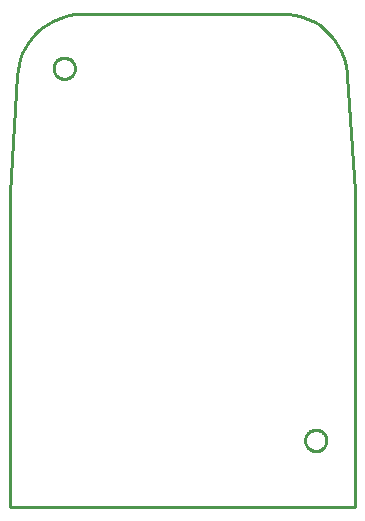
<source format=gbr>
G04 EAGLE Gerber RS-274X export*
G75*
%MOMM*%
%FSLAX34Y34*%
%LPD*%
%IN*%
%IPPOS*%
%AMOC8*
5,1,8,0,0,1.08239X$1,22.5*%
G01*
%ADD10C,0.254000*%


D10*
X2000Y2405D02*
X294000Y2405D01*
X294000Y270000D01*
X287000Y367000D01*
X286804Y370698D01*
X286189Y375369D01*
X285169Y379969D01*
X283752Y384463D01*
X281949Y388816D01*
X279774Y392995D01*
X277242Y396969D01*
X274374Y400707D01*
X271190Y404181D01*
X267717Y407364D01*
X263979Y410233D01*
X260005Y412764D01*
X255825Y414940D01*
X251472Y416743D01*
X246979Y418160D01*
X242379Y419179D01*
X237707Y419794D01*
X233000Y420000D01*
X63000Y420000D01*
X61281Y419973D01*
X56489Y419614D01*
X51746Y418838D01*
X47089Y417652D01*
X42553Y416065D01*
X38173Y414088D01*
X33982Y411737D01*
X30011Y409030D01*
X26292Y405987D01*
X22852Y402631D01*
X19717Y398989D01*
X16912Y395086D01*
X14458Y390955D01*
X12373Y386625D01*
X10673Y382130D01*
X9372Y377504D01*
X8478Y372782D01*
X8000Y368000D01*
X2000Y268000D01*
X2000Y2405D01*
X269760Y58487D02*
X269692Y57704D01*
X269555Y56930D01*
X269352Y56171D01*
X269083Y55433D01*
X268751Y54720D01*
X268358Y54040D01*
X267907Y53396D01*
X267402Y52794D01*
X266846Y52238D01*
X266244Y51733D01*
X265600Y51282D01*
X264920Y50889D01*
X264207Y50557D01*
X263469Y50288D01*
X262710Y50085D01*
X261936Y49949D01*
X261153Y49880D01*
X260367Y49880D01*
X259584Y49949D01*
X258810Y50085D01*
X258051Y50288D01*
X257313Y50557D01*
X256600Y50889D01*
X255920Y51282D01*
X255276Y51733D01*
X254674Y52238D01*
X254118Y52794D01*
X253613Y53396D01*
X253162Y54040D01*
X252769Y54720D01*
X252437Y55433D01*
X252168Y56171D01*
X251965Y56930D01*
X251829Y57704D01*
X251760Y58487D01*
X251760Y59273D01*
X251829Y60056D01*
X251965Y60830D01*
X252168Y61589D01*
X252437Y62327D01*
X252769Y63040D01*
X253162Y63720D01*
X253613Y64364D01*
X254118Y64966D01*
X254674Y65522D01*
X255276Y66027D01*
X255920Y66478D01*
X256600Y66871D01*
X257313Y67203D01*
X258051Y67472D01*
X258810Y67675D01*
X259584Y67812D01*
X260367Y67880D01*
X261153Y67880D01*
X261936Y67812D01*
X262710Y67675D01*
X263469Y67472D01*
X264207Y67203D01*
X264920Y66871D01*
X265600Y66478D01*
X266244Y66027D01*
X266846Y65522D01*
X267402Y64966D01*
X267907Y64364D01*
X268358Y63720D01*
X268751Y63040D01*
X269083Y62327D01*
X269352Y61589D01*
X269555Y60830D01*
X269692Y60056D01*
X269760Y59273D01*
X269760Y58487D01*
X56760Y373487D02*
X56692Y372704D01*
X56555Y371930D01*
X56352Y371171D01*
X56083Y370433D01*
X55751Y369720D01*
X55358Y369040D01*
X54907Y368396D01*
X54402Y367794D01*
X53846Y367238D01*
X53244Y366733D01*
X52600Y366282D01*
X51920Y365889D01*
X51207Y365557D01*
X50469Y365288D01*
X49710Y365085D01*
X48936Y364949D01*
X48153Y364880D01*
X47367Y364880D01*
X46584Y364949D01*
X45810Y365085D01*
X45051Y365288D01*
X44313Y365557D01*
X43600Y365889D01*
X42920Y366282D01*
X42276Y366733D01*
X41674Y367238D01*
X41118Y367794D01*
X40613Y368396D01*
X40162Y369040D01*
X39769Y369720D01*
X39437Y370433D01*
X39168Y371171D01*
X38965Y371930D01*
X38829Y372704D01*
X38760Y373487D01*
X38760Y374273D01*
X38829Y375056D01*
X38965Y375830D01*
X39168Y376589D01*
X39437Y377327D01*
X39769Y378040D01*
X40162Y378720D01*
X40613Y379364D01*
X41118Y379966D01*
X41674Y380522D01*
X42276Y381027D01*
X42920Y381478D01*
X43600Y381871D01*
X44313Y382203D01*
X45051Y382472D01*
X45810Y382675D01*
X46584Y382812D01*
X47367Y382880D01*
X48153Y382880D01*
X48936Y382812D01*
X49710Y382675D01*
X50469Y382472D01*
X51207Y382203D01*
X51920Y381871D01*
X52600Y381478D01*
X53244Y381027D01*
X53846Y380522D01*
X54402Y379966D01*
X54907Y379364D01*
X55358Y378720D01*
X55751Y378040D01*
X56083Y377327D01*
X56352Y376589D01*
X56555Y375830D01*
X56692Y375056D01*
X56760Y374273D01*
X56760Y373487D01*
M02*

</source>
